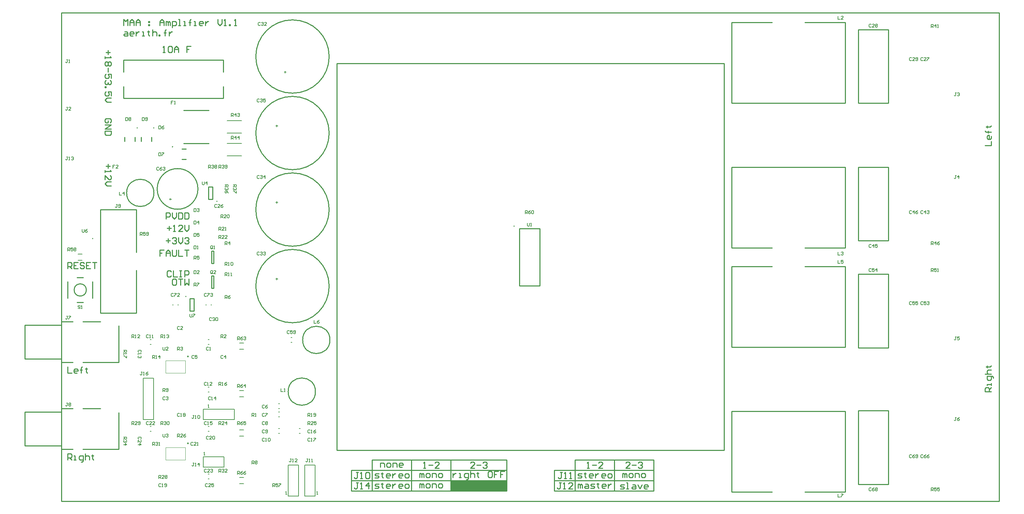
<source format=gto>
G04 Layer_Color=65535*
%FSLAX25Y25*%
%MOIN*%
G70*
G01*
G75*
%ADD33C,0.01000*%
%ADD49C,0.00787*%
%ADD50C,0.00984*%
%ADD51C,0.00500*%
%ADD52C,0.00394*%
%ADD53R,0.54000X0.10000*%
D33*
X89189Y298159D02*
G03*
X89189Y298159I-13189J0D01*
G01*
X131685Y302000D02*
G03*
X131685Y302000I-19685J0D01*
G01*
X23905Y204305D02*
G03*
X23905Y204305I-5906J0D01*
G01*
X258433Y356000D02*
G03*
X258433Y356000I-35433J0D01*
G01*
Y282000D02*
G03*
X258433Y282000I-35433J0D01*
G01*
Y208000D02*
G03*
X258433Y208000I-35433J0D01*
G01*
Y430000D02*
G03*
X258433Y430000I-35433J0D01*
G01*
X245189Y106000D02*
G03*
X245189Y106000I-13189J0D01*
G01*
X259189Y156000D02*
G03*
X259189Y156000I-13189J0D01*
G01*
X265748Y49213D02*
Y423228D01*
X124000Y183898D02*
Y196102D01*
X128000D01*
Y183898D02*
Y196102D01*
X124000Y183898D02*
X128000D01*
X572000Y30000D02*
Y40000D01*
X476000Y30000D02*
X572000D01*
Y10000D02*
Y30000D01*
X496000Y40000D02*
X572000D01*
X476000Y10000D02*
Y30000D01*
X496000Y10000D02*
Y40000D01*
X534000Y10000D02*
Y40000D01*
X476000Y10000D02*
X572000D01*
X476000Y20000D02*
X572000D01*
X300000Y40000D02*
X430000D01*
X280000Y20000D02*
X430000D01*
X280000Y10000D02*
X430000D01*
Y40000D01*
X376000Y10000D02*
Y40000D01*
X338000Y10000D02*
Y40000D01*
X280000Y30000D02*
X430000D01*
X300000Y10000D02*
Y40000D01*
X280000Y10000D02*
Y30000D01*
X87000Y348000D02*
Y352000D01*
X77000Y348000D02*
Y352000D01*
X71000Y348000D02*
Y352000D01*
X61000Y348000D02*
Y352000D01*
X37677Y182000D02*
Y282000D01*
X72323D01*
X37677Y182000D02*
X72323D01*
Y223339D01*
Y240661D02*
Y282000D01*
X265748Y49213D02*
X639764D01*
X0Y0D02*
Y472441D01*
X905512D01*
Y0D02*
Y472441D01*
X0Y0D02*
X905512D01*
X639764Y49213D02*
Y423228D01*
X265748D02*
X639764D01*
X117756Y378000D02*
X142244D01*
X117756Y346000D02*
X142244D01*
X15000Y192305D02*
X21000D01*
X6000Y196305D02*
Y212305D01*
X15000Y216305D02*
X21000D01*
X30000Y196305D02*
Y212305D01*
X769433Y87630D02*
X798567D01*
X769433Y16370D02*
Y87630D01*
Y16370D02*
X798567D01*
Y87630D01*
X769433Y148370D02*
X798567D01*
Y219630D01*
X769433D02*
X798567D01*
X769433Y148370D02*
Y219630D01*
Y323102D02*
X798567D01*
X769433Y251842D02*
Y323102D01*
Y251842D02*
X798567D01*
Y323102D01*
X769433Y384842D02*
X798567D01*
Y456102D01*
X769433D02*
X798567D01*
X769433Y384842D02*
Y456102D01*
X0Y89685D02*
X10827D01*
X20669D02*
X37402D01*
X0Y50315D02*
X10827D01*
X20669D02*
X55118D01*
Y85748D01*
X-35433Y86339D02*
X0D01*
X-35433Y53661D02*
Y86339D01*
Y53661D02*
X0D01*
Y50315D02*
Y89685D01*
Y134315D02*
Y173685D01*
X-35433Y137661D02*
X0D01*
X-35433D02*
Y170339D01*
X0D01*
X55118Y134315D02*
Y169748D01*
X20669Y134315D02*
X55118D01*
X0D02*
X10827D01*
X20669Y173685D02*
X37402D01*
X0D02*
X10827D01*
X116101Y340743D02*
X120101D01*
X116101Y330743D02*
X120101D01*
X146000Y291898D02*
Y304102D01*
X142000Y291898D02*
X146000D01*
X142000D02*
Y304102D01*
X146000D01*
X442158Y208244D02*
Y263756D01*
Y208244D02*
X461842D01*
Y263756D01*
X442158D02*
X461842D01*
X59969Y389496D02*
X156032D01*
X59969Y426504D02*
X156032D01*
X59969Y389496D02*
Y401000D01*
Y415000D02*
Y426504D01*
X156032Y389496D02*
Y401000D01*
Y415000D02*
Y426504D01*
X145000Y206095D02*
Y217905D01*
Y206095D02*
X147000D01*
Y217905D01*
X145000D02*
X147000D01*
X145000Y230095D02*
Y241905D01*
Y230095D02*
X147000D01*
Y241905D01*
X145000D02*
X147000D01*
X647079Y9024D02*
X686252D01*
X717748D02*
X756921D01*
Y86976D01*
X647079D02*
X756921D01*
X647079Y9024D02*
Y86976D01*
X717748Y226976D02*
X756921D01*
X647079D02*
X686252D01*
X647079Y149024D02*
Y226976D01*
Y149024D02*
X756921D01*
Y226976D01*
X647079Y245024D02*
X686252D01*
X717748D02*
X756921D01*
Y322976D01*
X647079D02*
X756921D01*
X647079Y245024D02*
Y322976D01*
X717748Y462976D02*
X756921D01*
X647079D02*
X686252D01*
X647079Y385024D02*
Y462976D01*
Y385024D02*
X756921D01*
Y462976D01*
X542004Y22999D02*
Y26998D01*
X543003D01*
X544003Y25998D01*
Y22999D01*
Y25998D01*
X545003Y26998D01*
X546002Y25998D01*
Y22999D01*
X549001D02*
X551001D01*
X552000Y23999D01*
Y25998D01*
X551001Y26998D01*
X549001D01*
X548002Y25998D01*
Y23999D01*
X549001Y22999D01*
X554000D02*
Y26998D01*
X556999D01*
X557998Y25998D01*
Y22999D01*
X560997D02*
X562997D01*
X563997Y23999D01*
Y25998D01*
X562997Y26998D01*
X560997D01*
X559998Y25998D01*
Y23999D01*
X560997Y22999D01*
X308004Y32999D02*
Y36998D01*
X311003D01*
X312002Y35998D01*
Y32999D01*
X315001D02*
X317001D01*
X318000Y33999D01*
Y35998D01*
X317001Y36998D01*
X315001D01*
X314002Y35998D01*
Y33999D01*
X315001Y32999D01*
X320000D02*
Y36998D01*
X322999D01*
X323998Y35998D01*
Y32999D01*
X328997D02*
X326997D01*
X325998Y33999D01*
Y35998D01*
X326997Y36998D01*
X328997D01*
X329996Y35998D01*
Y34999D01*
X325998D01*
X346004Y22999D02*
Y26998D01*
X347003D01*
X348003Y25998D01*
Y22999D01*
Y25998D01*
X349003Y26998D01*
X350002Y25998D01*
Y22999D01*
X353001D02*
X355001D01*
X356000Y23999D01*
Y25998D01*
X355001Y26998D01*
X353001D01*
X352002Y25998D01*
Y23999D01*
X353001Y22999D01*
X358000D02*
Y26998D01*
X360999D01*
X361998Y25998D01*
Y22999D01*
X364997D02*
X366997D01*
X367997Y23999D01*
Y25998D01*
X366997Y26998D01*
X364997D01*
X363998Y25998D01*
Y23999D01*
X364997Y22999D01*
X101007Y273000D02*
Y278998D01*
X104006D01*
X105006Y277998D01*
Y275999D01*
X104006Y274999D01*
X101007D01*
X107005Y278998D02*
Y274999D01*
X109004Y273000D01*
X111004Y274999D01*
Y278998D01*
X113003D02*
Y273000D01*
X116002D01*
X117002Y274000D01*
Y277998D01*
X116002Y278998D01*
X113003D01*
X119001D02*
Y273000D01*
X122000D01*
X123000Y274000D01*
Y277998D01*
X122000Y278998D01*
X119001D01*
X349502Y32000D02*
X351502D01*
X350502D01*
Y37998D01*
X349502Y36998D01*
X354501Y34999D02*
X358500D01*
X364498Y32000D02*
X360499D01*
X364498Y35998D01*
Y36998D01*
X363498Y37998D01*
X361498D01*
X360499Y36998D01*
X102007Y263999D02*
X106006D01*
X104006Y265998D02*
Y262000D01*
X108005Y261000D02*
X110004D01*
X109004D01*
Y266998D01*
X108005Y265998D01*
X117002Y261000D02*
X113003D01*
X117002Y264999D01*
Y265998D01*
X116002Y266998D01*
X114003D01*
X113003Y265998D01*
X119001Y266998D02*
Y262999D01*
X121001Y261000D01*
X123000Y262999D01*
Y266998D01*
X498505Y22500D02*
X501504D01*
X502504Y23499D01*
X501504Y24499D01*
X499505D01*
X498505Y25499D01*
X499505Y26498D01*
X502504D01*
X505503Y27498D02*
Y26498D01*
X504503D01*
X506503D01*
X505503D01*
Y23499D01*
X506503Y22500D01*
X512501D02*
X510501D01*
X509502Y23499D01*
Y25499D01*
X510501Y26498D01*
X512501D01*
X513500Y25499D01*
Y24499D01*
X509502D01*
X515500Y26498D02*
Y22500D01*
Y24499D01*
X516500Y25499D01*
X517499Y26498D01*
X518499D01*
X524497Y22500D02*
X522498D01*
X521498Y23499D01*
Y25499D01*
X522498Y26498D01*
X524497D01*
X525497Y25499D01*
Y24499D01*
X521498D01*
X528496Y22500D02*
X530495D01*
X531495Y23499D01*
Y25499D01*
X530495Y26498D01*
X528496D01*
X527496Y25499D01*
Y23499D01*
X528496Y22500D01*
X378008Y26998D02*
Y22999D01*
Y24999D01*
X379008Y25998D01*
X380007Y26998D01*
X381007D01*
X384006Y22999D02*
X386005D01*
X385006D01*
Y26998D01*
X384006D01*
X391004Y21000D02*
X392004D01*
X393003Y22000D01*
Y26998D01*
X390004D01*
X389004Y25998D01*
Y23999D01*
X390004Y22999D01*
X393003D01*
X395003Y28997D02*
Y22999D01*
Y25998D01*
X396002Y26998D01*
X398002D01*
X399001Y25998D01*
Y22999D01*
X402000Y27998D02*
Y26998D01*
X401001D01*
X403000D01*
X402000D01*
Y23999D01*
X403000Y22999D01*
X414996Y28997D02*
X412997D01*
X411997Y27998D01*
Y23999D01*
X412997Y22999D01*
X414996D01*
X415996Y23999D01*
Y27998D01*
X414996Y28997D01*
X421994D02*
X417995D01*
Y25998D01*
X419994D01*
X417995D01*
Y22999D01*
X427992Y28997D02*
X423993D01*
Y25998D01*
X425993D01*
X423993D01*
Y22999D01*
X101007Y251999D02*
X105006D01*
X103006Y253998D02*
Y250000D01*
X107005Y253998D02*
X108005Y254998D01*
X110004D01*
X111004Y253998D01*
Y252999D01*
X110004Y251999D01*
X109004D01*
X110004D01*
X111004Y250999D01*
Y250000D01*
X110004Y249000D01*
X108005D01*
X107005Y250000D01*
X113003Y254998D02*
Y250999D01*
X115003Y249000D01*
X117002Y250999D01*
Y254998D01*
X119001Y253998D02*
X120001Y254998D01*
X122000D01*
X123000Y253998D01*
Y252999D01*
X122000Y251999D01*
X121001D01*
X122000D01*
X123000Y250999D01*
Y250000D01*
X122000Y249000D01*
X120001D01*
X119001Y250000D01*
X286501Y27998D02*
X284502D01*
X285502D01*
Y22999D01*
X284502Y22000D01*
X283502D01*
X282502Y22999D01*
X288500Y22000D02*
X290500D01*
X289500D01*
Y27998D01*
X288500Y26998D01*
X293499D02*
X294498Y27998D01*
X296498D01*
X297498Y26998D01*
Y22999D01*
X296498Y22000D01*
X294498D01*
X293499Y22999D01*
Y26998D01*
X286501Y17998D02*
X284502D01*
X285502D01*
Y12999D01*
X284502Y12000D01*
X283502D01*
X282502Y12999D01*
X288500Y12000D02*
X290500D01*
X289500D01*
Y17998D01*
X288500Y16998D01*
X296498Y12000D02*
Y17998D01*
X293499Y14999D01*
X297498D01*
X302505Y22500D02*
X305504D01*
X306504Y23499D01*
X305504Y24499D01*
X303505D01*
X302505Y25499D01*
X303505Y26498D01*
X306504D01*
X309503Y27498D02*
Y26498D01*
X308503D01*
X310503D01*
X309503D01*
Y23499D01*
X310503Y22500D01*
X316501D02*
X314502D01*
X313502Y23499D01*
Y25499D01*
X314502Y26498D01*
X316501D01*
X317500Y25499D01*
Y24499D01*
X313502D01*
X319500Y26498D02*
Y22500D01*
Y24499D01*
X320499Y25499D01*
X321499Y26498D01*
X322499D01*
X328497Y22500D02*
X326498D01*
X325498Y23499D01*
Y25499D01*
X326498Y26498D01*
X328497D01*
X329497Y25499D01*
Y24499D01*
X325498D01*
X332496Y22500D02*
X334495D01*
X335495Y23499D01*
Y25499D01*
X334495Y26498D01*
X332496D01*
X331496Y25499D01*
Y23499D01*
X332496Y22500D01*
X6005Y225000D02*
Y230998D01*
X9004D01*
X10003Y229998D01*
Y227999D01*
X9004Y226999D01*
X6005D01*
X8004D02*
X10003Y225000D01*
X16001Y230998D02*
X12003D01*
Y225000D01*
X16001D01*
X12003Y227999D02*
X14002D01*
X21999Y229998D02*
X21000Y230998D01*
X19000D01*
X18001Y229998D01*
Y228999D01*
X19000Y227999D01*
X21000D01*
X21999Y226999D01*
Y226000D01*
X21000Y225000D01*
X19000D01*
X18001Y226000D01*
X27997Y230998D02*
X23999D01*
Y225000D01*
X27997D01*
X23999Y227999D02*
X25998D01*
X29997Y230998D02*
X33996D01*
X31996D01*
Y225000D01*
X539504Y12000D02*
X542503D01*
X543503Y12999D01*
X542503Y13999D01*
X540504D01*
X539504Y14999D01*
X540504Y15998D01*
X543503D01*
X545502Y12000D02*
X547502D01*
X546502D01*
Y17998D01*
X545502D01*
X551501Y15998D02*
X553500D01*
X554499Y14999D01*
Y12000D01*
X551501D01*
X550501Y12999D01*
X551501Y13999D01*
X554499D01*
X556499Y15998D02*
X558498Y12000D01*
X560498Y15998D01*
X565496Y12000D02*
X563497D01*
X562497Y12999D01*
Y14999D01*
X563497Y15998D01*
X565496D01*
X566496Y14999D01*
Y13999D01*
X562497D01*
X549001Y32000D02*
X545003D01*
X549001Y35998D01*
Y36998D01*
X548002Y37998D01*
X546002D01*
X545003Y36998D01*
X551001Y34999D02*
X554999D01*
X556999Y36998D02*
X557998Y37998D01*
X559998D01*
X560997Y36998D01*
Y35998D01*
X559998Y34999D01*
X558998D01*
X559998D01*
X560997Y33999D01*
Y32999D01*
X559998Y32000D01*
X557998D01*
X556999Y32999D01*
X106006Y221998D02*
X105006Y222998D01*
X103006D01*
X102007Y221998D01*
Y218000D01*
X103006Y217000D01*
X105006D01*
X106006Y218000D01*
X108005Y222998D02*
Y217000D01*
X112004D01*
X114003Y222998D02*
X116002D01*
X115003D01*
Y217000D01*
X114003D01*
X116002D01*
X119001D02*
Y222998D01*
X122000D01*
X123000Y221998D01*
Y219999D01*
X122000Y218999D01*
X119001D01*
X482501Y17998D02*
X480502D01*
X481501D01*
Y12999D01*
X480502Y12000D01*
X479502D01*
X478502Y12999D01*
X484501Y12000D02*
X486500D01*
X485500D01*
Y17998D01*
X484501Y16998D01*
X493498Y12000D02*
X489499D01*
X493498Y15998D01*
Y16998D01*
X492498Y17998D01*
X490498D01*
X489499Y16998D01*
X483501Y27998D02*
X481501D01*
X482501D01*
Y22999D01*
X481501Y22000D01*
X480502D01*
X479502Y22999D01*
X485500Y22000D02*
X487500D01*
X486500D01*
Y27998D01*
X485500Y26998D01*
X490498Y22000D02*
X492498D01*
X491498D01*
Y27998D01*
X490498Y26998D01*
X302505Y12500D02*
X305504D01*
X306504Y13499D01*
X305504Y14499D01*
X303505D01*
X302505Y15499D01*
X303505Y16498D01*
X306504D01*
X309503Y17498D02*
Y16498D01*
X308503D01*
X310503D01*
X309503D01*
Y13499D01*
X310503Y12500D01*
X316501D02*
X314502D01*
X313502Y13499D01*
Y15499D01*
X314502Y16498D01*
X316501D01*
X317500Y15499D01*
Y14499D01*
X313502D01*
X319500Y16498D02*
Y12500D01*
Y14499D01*
X320499Y15499D01*
X321499Y16498D01*
X322499D01*
X328497Y12500D02*
X326498D01*
X325498Y13499D01*
Y15499D01*
X326498Y16498D01*
X328497D01*
X329497Y15499D01*
Y14499D01*
X325498D01*
X332496Y12500D02*
X334495D01*
X335495Y13499D01*
Y15499D01*
X334495Y16498D01*
X332496D01*
X331496Y15499D01*
Y13499D01*
X332496Y12500D01*
X346004Y12999D02*
Y16998D01*
X347003D01*
X348003Y15998D01*
Y12999D01*
Y15998D01*
X349003Y16998D01*
X350002Y15998D01*
Y12999D01*
X353001D02*
X355001D01*
X356000Y13999D01*
Y15998D01*
X355001Y16998D01*
X353001D01*
X352002Y15998D01*
Y13999D01*
X353001Y12999D01*
X358000D02*
Y16998D01*
X360999D01*
X361998Y15998D01*
Y12999D01*
X364997D02*
X366997D01*
X367997Y13999D01*
Y15998D01*
X366997Y16998D01*
X364997D01*
X363998Y15998D01*
Y13999D01*
X364997Y12999D01*
X399001Y32000D02*
X395003D01*
X399001Y35998D01*
Y36998D01*
X398002Y37998D01*
X396002D01*
X395003Y36998D01*
X401001Y34999D02*
X404999D01*
X406999Y36998D02*
X407998Y37998D01*
X409998D01*
X410997Y36998D01*
Y35998D01*
X409998Y34999D01*
X408998D01*
X409998D01*
X410997Y33999D01*
Y32999D01*
X409998Y32000D01*
X407998D01*
X406999Y32999D01*
X99008Y242998D02*
X95009D01*
Y239999D01*
X97008D01*
X95009D01*
Y237000D01*
X101007D02*
Y240999D01*
X103006Y242998D01*
X105006Y240999D01*
Y237000D01*
Y239999D01*
X101007D01*
X107005Y242998D02*
Y238000D01*
X108005Y237000D01*
X110004D01*
X111004Y238000D01*
Y242998D01*
X113003D02*
Y237000D01*
X117002D01*
X119001Y242998D02*
X123000D01*
X121001D01*
Y237000D01*
X110004Y214998D02*
X108005D01*
X107005Y213998D01*
Y210000D01*
X108005Y209000D01*
X110004D01*
X111004Y210000D01*
Y213998D01*
X110004Y214998D01*
X113003D02*
X117002D01*
X115003D01*
Y209000D01*
X119001Y214998D02*
Y209000D01*
X121001Y210999D01*
X123000Y209000D01*
Y214998D01*
X499005Y12500D02*
Y16498D01*
X500005D01*
X501005Y15499D01*
Y12500D01*
Y15499D01*
X502004Y16498D01*
X503004Y15499D01*
Y12500D01*
X506003Y16498D02*
X508002D01*
X509002Y15499D01*
Y12500D01*
X506003D01*
X505003Y13499D01*
X506003Y14499D01*
X509002D01*
X511001Y12500D02*
X514000D01*
X515000Y13499D01*
X514000Y14499D01*
X512001D01*
X511001Y15499D01*
X512001Y16498D01*
X515000D01*
X517999Y17498D02*
Y16498D01*
X516999D01*
X518999D01*
X517999D01*
Y13499D01*
X518999Y12500D01*
X524997D02*
X522997D01*
X521998Y13499D01*
Y15499D01*
X522997Y16498D01*
X524997D01*
X525996Y15499D01*
Y14499D01*
X521998D01*
X527996Y16498D02*
Y12500D01*
Y14499D01*
X528996Y15499D01*
X529995Y16498D01*
X530995D01*
X507502Y32000D02*
X509502D01*
X508502D01*
Y37998D01*
X507502Y36998D01*
X512501Y34999D02*
X516500D01*
X522498Y32000D02*
X518499D01*
X522498Y35998D01*
Y36998D01*
X521498Y37998D01*
X519498D01*
X518499Y36998D01*
X44999Y326000D02*
Y322001D01*
X46998Y324001D02*
X43000D01*
X42000Y320002D02*
Y318003D01*
Y319002D01*
X47998D01*
X46998Y320002D01*
X42000Y311005D02*
Y315004D01*
X45999Y311005D01*
X46998D01*
X47998Y312004D01*
Y314004D01*
X46998Y315004D01*
X47998Y309005D02*
X43999D01*
X42000Y307006D01*
X43999Y305007D01*
X47998D01*
X61000Y453999D02*
X62999D01*
X63999Y452999D01*
Y450000D01*
X61000D01*
X60000Y451000D01*
X61000Y451999D01*
X63999D01*
X68997Y450000D02*
X66998D01*
X65998Y451000D01*
Y452999D01*
X66998Y453999D01*
X68997D01*
X69997Y452999D01*
Y451999D01*
X65998D01*
X71996Y453999D02*
Y450000D01*
Y451999D01*
X72996Y452999D01*
X73996Y453999D01*
X74995D01*
X77994Y450000D02*
X79993D01*
X78994D01*
Y453999D01*
X77994D01*
X83992Y454998D02*
Y453999D01*
X82993D01*
X84992D01*
X83992D01*
Y451000D01*
X84992Y450000D01*
X87991Y455998D02*
Y450000D01*
Y452999D01*
X88991Y453999D01*
X90990D01*
X91990Y452999D01*
Y450000D01*
X93989D02*
Y451000D01*
X94989D01*
Y450000D01*
X93989D01*
X99987D02*
Y454998D01*
Y452999D01*
X98987D01*
X100987D01*
X99987D01*
Y454998D01*
X100987Y455998D01*
X103986Y453999D02*
Y450000D01*
Y451999D01*
X104985Y452999D01*
X105985Y453999D01*
X106985D01*
X898000Y106000D02*
X892002D01*
Y108999D01*
X893002Y109999D01*
X895001D01*
X896001Y108999D01*
Y106000D01*
Y107999D02*
X898000Y109999D01*
Y111998D02*
Y113997D01*
Y112998D01*
X894001D01*
Y111998D01*
X899999Y118996D02*
Y119995D01*
X899000Y120995D01*
X894001D01*
Y117996D01*
X895001Y116996D01*
X897000D01*
X898000Y117996D01*
Y120995D01*
X892002Y122994D02*
X898000D01*
X895001D01*
X894001Y123994D01*
Y125994D01*
X895001Y126993D01*
X898000D01*
X893002Y129992D02*
X894001D01*
Y128993D01*
Y130992D01*
Y129992D01*
X897000D01*
X898000Y130992D01*
X892002Y344000D02*
X898000D01*
Y347999D01*
Y352997D02*
Y350998D01*
X897000Y349998D01*
X895001D01*
X894001Y350998D01*
Y352997D01*
X895001Y353997D01*
X896001D01*
Y349998D01*
X898000Y356996D02*
X893002D01*
X895001D01*
Y355996D01*
Y357996D01*
Y356996D01*
X893002D01*
X892002Y357996D01*
X893002Y361994D02*
X894001D01*
Y360995D01*
Y362994D01*
Y361994D01*
X897000D01*
X898000Y362994D01*
X6000Y40000D02*
Y45998D01*
X8999D01*
X9999Y44998D01*
Y42999D01*
X8999Y41999D01*
X6000D01*
X7999D02*
X9999Y40000D01*
X11998D02*
X13997D01*
X12998D01*
Y43999D01*
X11998D01*
X18996Y38001D02*
X19996D01*
X20995Y39000D01*
Y43999D01*
X17996D01*
X16996Y42999D01*
Y41000D01*
X17996Y40000D01*
X20995D01*
X22995Y45998D02*
Y40000D01*
Y42999D01*
X23994Y43999D01*
X25993D01*
X26993Y42999D01*
Y40000D01*
X29992Y44998D02*
Y43999D01*
X28993D01*
X30992D01*
X29992D01*
Y41000D01*
X30992Y40000D01*
X6000Y129998D02*
Y124000D01*
X9999D01*
X14997D02*
X12998D01*
X11998Y125000D01*
Y126999D01*
X12998Y127999D01*
X14997D01*
X15997Y126999D01*
Y125999D01*
X11998D01*
X18996Y124000D02*
Y128998D01*
Y126999D01*
X17996D01*
X19996D01*
X18996D01*
Y128998D01*
X19996Y129998D01*
X23994Y128998D02*
Y127999D01*
X22995D01*
X24994D01*
X23994D01*
Y125000D01*
X24994Y124000D01*
X46998Y366001D02*
X47998Y367001D01*
Y369000D01*
X46998Y370000D01*
X43000D01*
X42000Y369000D01*
Y367001D01*
X43000Y366001D01*
X44999D01*
Y368001D01*
X42000Y364002D02*
X47998D01*
X42000Y360003D01*
X47998D01*
Y358004D02*
X42000D01*
Y355005D01*
X43000Y354005D01*
X46998D01*
X47998Y355005D01*
Y358004D01*
X44999Y436000D02*
Y432001D01*
X46998Y434001D02*
X43000D01*
X42000Y430002D02*
Y428003D01*
Y429002D01*
X47998D01*
X46998Y430002D01*
Y425004D02*
X47998Y424004D01*
Y422005D01*
X46998Y421005D01*
X45999D01*
X44999Y422005D01*
X43999Y421005D01*
X43000D01*
X42000Y422005D01*
Y424004D01*
X43000Y425004D01*
X43999D01*
X44999Y424004D01*
X45999Y425004D01*
X46998D01*
X44999Y424004D02*
Y422005D01*
Y419005D02*
Y415007D01*
X47998Y409009D02*
Y413007D01*
X44999D01*
X45999Y411008D01*
Y410008D01*
X44999Y409009D01*
X43000D01*
X42000Y410008D01*
Y412008D01*
X43000Y413007D01*
X46998Y407009D02*
X47998Y406010D01*
Y404010D01*
X46998Y403011D01*
X45999D01*
X44999Y404010D01*
Y405010D01*
Y404010D01*
X43999Y403011D01*
X43000D01*
X42000Y404010D01*
Y406010D01*
X43000Y407009D01*
X42000Y401011D02*
X43000D01*
Y400012D01*
X42000D01*
Y401011D01*
X47998Y392014D02*
Y396013D01*
X44999D01*
X45999Y394014D01*
Y393014D01*
X44999Y392014D01*
X43000D01*
X42000Y393014D01*
Y395013D01*
X43000Y396013D01*
X47998Y390015D02*
X43999D01*
X42000Y388016D01*
X43999Y386016D01*
X47998D01*
X98000Y434000D02*
X99999D01*
X99000D01*
Y439998D01*
X98000Y438998D01*
X102998D02*
X103998Y439998D01*
X105997D01*
X106997Y438998D01*
Y435000D01*
X105997Y434000D01*
X103998D01*
X102998Y435000D01*
Y438998D01*
X108996Y434000D02*
Y437999D01*
X110996Y439998D01*
X112995Y437999D01*
Y434000D01*
Y436999D01*
X108996D01*
X124991Y439998D02*
X120993D01*
Y436999D01*
X122992D01*
X120993D01*
Y434000D01*
X60000Y460000D02*
Y465998D01*
X61999Y463999D01*
X63999Y465998D01*
Y460000D01*
X65998D02*
Y463999D01*
X67997Y465998D01*
X69997Y463999D01*
Y460000D01*
Y462999D01*
X65998D01*
X71996Y460000D02*
Y463999D01*
X73996Y465998D01*
X75995Y463999D01*
Y460000D01*
Y462999D01*
X71996D01*
X83992Y463999D02*
X84992D01*
Y462999D01*
X83992D01*
Y463999D01*
Y461000D02*
X84992D01*
Y460000D01*
X83992D01*
Y461000D01*
X94989Y460000D02*
Y463999D01*
X96988Y465998D01*
X98987Y463999D01*
Y460000D01*
Y462999D01*
X94989D01*
X100987Y460000D02*
Y463999D01*
X101986D01*
X102986Y462999D01*
Y460000D01*
Y462999D01*
X103986Y463999D01*
X104985Y462999D01*
Y460000D01*
X106985Y458001D02*
Y463999D01*
X109984D01*
X110984Y462999D01*
Y461000D01*
X109984Y460000D01*
X106985D01*
X112983D02*
X114982D01*
X113982D01*
Y465998D01*
X112983D01*
X117981Y460000D02*
X119981D01*
X118981D01*
Y463999D01*
X117981D01*
X123979Y460000D02*
Y464998D01*
Y462999D01*
X122980D01*
X124979D01*
X123979D01*
Y464998D01*
X124979Y465998D01*
X127978Y460000D02*
X129977D01*
X128978D01*
Y463999D01*
X127978D01*
X135975Y460000D02*
X133976D01*
X132976Y461000D01*
Y462999D01*
X133976Y463999D01*
X135975D01*
X136975Y462999D01*
Y461999D01*
X132976D01*
X138974Y463999D02*
Y460000D01*
Y461999D01*
X139974Y462999D01*
X140974Y463999D01*
X141973D01*
X150971Y465998D02*
Y461999D01*
X152970Y460000D01*
X154969Y461999D01*
Y465998D01*
X156969Y460000D02*
X158968D01*
X157968D01*
Y465998D01*
X156969Y464998D01*
X161967Y460000D02*
Y461000D01*
X162967D01*
Y460000D01*
X161967D01*
X166965D02*
X168965D01*
X167965D01*
Y465998D01*
X166965Y464998D01*
D49*
X120394Y198000D02*
G03*
X120394Y198000I-394J0D01*
G01*
X89394Y361000D02*
G03*
X89394Y361000I-394J0D01*
G01*
X73394D02*
G03*
X73394Y361000I-394J0D01*
G01*
X107495Y342743D02*
G03*
X107495Y342743I-394J0D01*
G01*
X150394Y290000D02*
G03*
X150394Y290000I-394J0D01*
G01*
X30394Y254000D02*
G03*
X30394Y254000I-394J0D01*
G01*
X437394Y266000D02*
G03*
X437394Y266000I-394J0D01*
G01*
X229000Y5000D02*
Y35000D01*
X219000D02*
X229000D01*
X219000Y5000D02*
Y35000D01*
Y5000D02*
X229000D01*
X137000Y79000D02*
Y89000D01*
X167000D01*
Y79000D02*
Y89000D01*
X137000Y79000D02*
X167000D01*
X137000Y43000D02*
X157000D01*
X137000Y33000D02*
Y43000D01*
Y33000D02*
X157000D01*
Y43000D01*
X235000Y5000D02*
X245000D01*
X235000D02*
Y35000D01*
X245000D01*
Y5000D02*
Y35000D01*
X79000Y79000D02*
X89000D01*
X79000D02*
Y119000D01*
X89000Y79000D02*
Y119000D01*
X79000D02*
X89000D01*
D50*
X122492Y56000D02*
G03*
X122492Y56000I-492J0D01*
G01*
Y140000D02*
G03*
X122492Y140000I-492J0D01*
G01*
D51*
X104126Y292158D02*
X106095D01*
X105000Y291173D02*
Y293142D01*
X144362Y189606D02*
Y190394D01*
X139638Y189606D02*
Y190394D01*
X112362Y189606D02*
Y190394D01*
X107638Y189606D02*
Y190394D01*
X221606Y153638D02*
X222394D01*
X221606Y158362D02*
X222394D01*
X141606Y26362D02*
X142394D01*
X141606Y21638D02*
X142394D01*
X85606Y72362D02*
X86394D01*
X85606Y67638D02*
X86394D01*
X229606Y65638D02*
X230394D01*
X229606Y70362D02*
X230394D01*
X141606Y72362D02*
X142394D01*
X141606Y67638D02*
X142394D01*
X141606Y110362D02*
X142394D01*
X141606Y105638D02*
X142394D01*
X85606Y156362D02*
X86394D01*
X85606Y151638D02*
X86394D01*
X209606Y65638D02*
X210394D01*
X209606Y70362D02*
X210394D01*
X209606Y81638D02*
X210394D01*
X209606Y86362D02*
X210394D01*
X209606Y89638D02*
X210394D01*
X209606Y94362D02*
X210394D01*
X141606Y156362D02*
X142394D01*
X141606Y151638D02*
X142394D01*
X172000Y17000D02*
X176000D01*
X172000Y23000D02*
X176000D01*
X172000Y63000D02*
X176000D01*
X172000Y69000D02*
X176000D01*
X172000Y101000D02*
X176000D01*
X172000Y107000D02*
X176000D01*
X172000Y147000D02*
X176000D01*
X172000Y153000D02*
X176000D01*
X16000Y239000D02*
X20000D01*
X16000Y233000D02*
X20000D01*
X159722Y356000D02*
X173722D01*
X159722Y368000D02*
X173722D01*
X159722Y334000D02*
X173722D01*
X159722Y346000D02*
X173722D01*
X208000Y362000D02*
Y363968D01*
X207000Y363000D02*
X209000D01*
X208000Y288000D02*
Y289968D01*
X207000Y289000D02*
X209000D01*
X208000Y214000D02*
Y215968D01*
X207000Y215000D02*
X209000D01*
X215032Y415000D02*
X217000D01*
X216000Y414000D02*
Y416000D01*
X246500Y6500D02*
X247500D01*
X247000D01*
Y9499D01*
X246500Y9000D01*
X216500Y6500D02*
X217500D01*
X217000D01*
Y9499D01*
X216500Y9000D01*
X141500Y90500D02*
X142500D01*
X142000D01*
Y93499D01*
X141500Y93000D01*
X137500Y44500D02*
X138500D01*
X138000D01*
Y47499D01*
X137500Y47000D01*
X124000Y180999D02*
Y178500D01*
X124500Y178000D01*
X125499D01*
X125999Y178500D01*
Y180999D01*
X126999D02*
X128998D01*
Y180499D01*
X126999Y178500D01*
Y178000D01*
X144854Y176999D02*
X144354Y177499D01*
X143354D01*
X142854Y176999D01*
Y175000D01*
X143354Y174500D01*
X144354D01*
X144854Y175000D01*
X145853Y176999D02*
X146353Y177499D01*
X147353D01*
X147853Y176999D01*
Y176499D01*
X147353Y175999D01*
X146853D01*
X147353D01*
X147853Y175500D01*
Y175000D01*
X147353Y174500D01*
X146353D01*
X145853Y175000D01*
X148852Y176999D02*
X149352Y177499D01*
X150352D01*
X150852Y176999D01*
Y175000D01*
X150352Y174500D01*
X149352D01*
X148852Y175000D01*
Y176999D01*
X184000Y82000D02*
Y84999D01*
X185500D01*
X185999Y84499D01*
Y83499D01*
X185500Y83000D01*
X184000D01*
X185000D02*
X185999Y82000D01*
X186999D02*
X187999D01*
X187499D01*
Y84999D01*
X186999Y84499D01*
X184000Y36000D02*
Y38999D01*
X185500D01*
X185999Y38499D01*
Y37499D01*
X185500Y37000D01*
X184000D01*
X185000D02*
X185999Y36000D01*
X186999Y38499D02*
X187499Y38999D01*
X188499D01*
X188998Y38499D01*
Y37999D01*
X188499Y37499D01*
X188998Y37000D01*
Y36500D01*
X188499Y36000D01*
X187499D01*
X186999Y36500D01*
Y37000D01*
X187499Y37499D01*
X186999Y37999D01*
Y38499D01*
X187499Y37499D02*
X188499D01*
X127999Y82999D02*
X127000D01*
X127499D01*
Y80500D01*
X127000Y80000D01*
X126500D01*
X126000Y80500D01*
X128999Y80000D02*
X129999D01*
X129499D01*
Y82999D01*
X128999Y82499D01*
X131498D02*
X131998Y82999D01*
X132998D01*
X133498Y82499D01*
Y80500D01*
X132998Y80000D01*
X131998D01*
X131498Y80500D01*
Y82499D01*
X127999Y36999D02*
X127000D01*
X127499D01*
Y34500D01*
X127000Y34000D01*
X126500D01*
X126000Y34500D01*
X128999Y34000D02*
X129999D01*
X129499D01*
Y36999D01*
X128999Y36499D01*
X132998Y34000D02*
Y36999D01*
X131498Y35500D01*
X133498D01*
X78000Y370999D02*
Y368000D01*
X79500D01*
X79999Y368500D01*
Y370499D01*
X79500Y370999D01*
X78000D01*
X80999Y368500D02*
X81499Y368000D01*
X82499D01*
X82998Y368500D01*
Y370499D01*
X82499Y370999D01*
X81499D01*
X80999Y370499D01*
Y369999D01*
X81499Y369499D01*
X82998D01*
X62000Y370999D02*
Y368000D01*
X63499D01*
X63999Y368500D01*
Y370499D01*
X63499Y370999D01*
X62000D01*
X64999Y370499D02*
X65499Y370999D01*
X66499D01*
X66998Y370499D01*
Y369999D01*
X66499Y369499D01*
X66998Y369000D01*
Y368500D01*
X66499Y368000D01*
X65499D01*
X64999Y368500D01*
Y369000D01*
X65499Y369499D01*
X64999Y369999D01*
Y370499D01*
X65499Y369499D02*
X66499D01*
X56000Y298999D02*
Y296000D01*
X57999D01*
X60499D02*
Y298999D01*
X58999Y297499D01*
X60998D01*
X164000Y350000D02*
Y352999D01*
X165499D01*
X165999Y352499D01*
Y351500D01*
X165499Y351000D01*
X164000D01*
X165000D02*
X165999Y350000D01*
X168499D02*
Y352999D01*
X166999Y351500D01*
X168998D01*
X171498Y350000D02*
Y352999D01*
X169998Y351500D01*
X171997D01*
X141999Y148499D02*
X141499Y148999D01*
X140500D01*
X140000Y148499D01*
Y146500D01*
X140500Y146000D01*
X141499D01*
X141999Y146500D01*
X142999Y146000D02*
X143999D01*
X143499D01*
Y148999D01*
X142999Y148499D01*
X113999Y168499D02*
X113499Y168999D01*
X112500D01*
X112000Y168499D01*
Y166500D01*
X112500Y166000D01*
X113499D01*
X113999Y166500D01*
X116998Y166000D02*
X114999D01*
X116998Y167999D01*
Y168499D01*
X116499Y168999D01*
X115499D01*
X114999Y168499D01*
X99999Y100499D02*
X99499Y100999D01*
X98500D01*
X98000Y100499D01*
Y98500D01*
X98500Y98000D01*
X99499D01*
X99999Y98500D01*
X100999Y100499D02*
X101499Y100999D01*
X102499D01*
X102998Y100499D01*
Y99999D01*
X102499Y99499D01*
X101999D01*
X102499D01*
X102998Y99000D01*
Y98500D01*
X102499Y98000D01*
X101499D01*
X100999Y98500D01*
X155999Y140499D02*
X155499Y140999D01*
X154500D01*
X154000Y140499D01*
Y138500D01*
X154500Y138000D01*
X155499D01*
X155999Y138500D01*
X158499Y138000D02*
Y140999D01*
X156999Y139499D01*
X158998D01*
X127999Y140499D02*
X127499Y140999D01*
X126500D01*
X126000Y140499D01*
Y138500D01*
X126500Y138000D01*
X127499D01*
X127999Y138500D01*
X130998Y140999D02*
X128999D01*
Y139499D01*
X129999Y139999D01*
X130499D01*
X130998Y139499D01*
Y138500D01*
X130499Y138000D01*
X129499D01*
X128999Y138500D01*
X195999Y92499D02*
X195500Y92999D01*
X194500D01*
X194000Y92499D01*
Y90500D01*
X194500Y90000D01*
X195500D01*
X195999Y90500D01*
X198998Y92999D02*
X197999Y92499D01*
X196999Y91500D01*
Y90500D01*
X197499Y90000D01*
X198499D01*
X198998Y90500D01*
Y91000D01*
X198499Y91500D01*
X196999D01*
X195999Y84499D02*
X195500Y84999D01*
X194500D01*
X194000Y84499D01*
Y82500D01*
X194500Y82000D01*
X195500D01*
X195999Y82500D01*
X196999Y84999D02*
X198998D01*
Y84499D01*
X196999Y82500D01*
Y82000D01*
X195999Y76499D02*
X195500Y76999D01*
X194500D01*
X194000Y76499D01*
Y74500D01*
X194500Y74000D01*
X195500D01*
X195999Y74500D01*
X196999Y76499D02*
X197499Y76999D01*
X198499D01*
X198998Y76499D01*
Y75999D01*
X198499Y75499D01*
X198998Y75000D01*
Y74500D01*
X198499Y74000D01*
X197499D01*
X196999Y74500D01*
Y75000D01*
X197499Y75499D01*
X196999Y75999D01*
Y76499D01*
X197499Y75499D02*
X198499D01*
X195999Y68499D02*
X195500Y68999D01*
X194500D01*
X194000Y68499D01*
Y66500D01*
X194500Y66000D01*
X195500D01*
X195999Y66500D01*
X196999D02*
X197499Y66000D01*
X198499D01*
X198998Y66500D01*
Y68499D01*
X198499Y68999D01*
X197499D01*
X196999Y68499D01*
Y67999D01*
X197499Y67500D01*
X198998D01*
X195999Y60499D02*
X195500Y60999D01*
X194500D01*
X194000Y60499D01*
Y58500D01*
X194500Y58000D01*
X195500D01*
X195999Y58500D01*
X196999Y58000D02*
X197999D01*
X197499D01*
Y60999D01*
X196999Y60499D01*
X199498D02*
X199998Y60999D01*
X200998D01*
X201498Y60499D01*
Y58500D01*
X200998Y58000D01*
X199998D01*
X199498Y58500D01*
Y60499D01*
X83999Y160499D02*
X83499Y160999D01*
X82500D01*
X82000Y160499D01*
Y158500D01*
X82500Y158000D01*
X83499D01*
X83999Y158500D01*
X84999Y158000D02*
X85999D01*
X85499D01*
Y160999D01*
X84999Y160499D01*
X87498Y158000D02*
X88498D01*
X87998D01*
Y160999D01*
X87498Y160499D01*
X139850Y114499D02*
X139350Y114999D01*
X138350D01*
X137850Y114499D01*
Y112500D01*
X138350Y112000D01*
X139350D01*
X139850Y112500D01*
X140849Y112000D02*
X141849D01*
X141349D01*
Y114999D01*
X140849Y114499D01*
X145348Y112000D02*
X143349D01*
X145348Y113999D01*
Y114499D01*
X144848Y114999D01*
X143848D01*
X143349Y114499D01*
X76499Y144001D02*
X76999Y144501D01*
Y145500D01*
X76499Y146000D01*
X74500D01*
X74000Y145500D01*
Y144501D01*
X74500Y144001D01*
X74000Y143001D02*
Y142001D01*
Y142501D01*
X76999D01*
X76499Y143001D01*
Y140502D02*
X76999Y140002D01*
Y139002D01*
X76499Y138502D01*
X75999D01*
X75499Y139002D01*
Y139502D01*
Y139002D01*
X75000Y138502D01*
X74500D01*
X74000Y139002D01*
Y140002D01*
X74500Y140502D01*
X143850Y100499D02*
X143350Y100999D01*
X142350D01*
X141850Y100499D01*
Y98500D01*
X142350Y98000D01*
X143350D01*
X143850Y98500D01*
X144849Y98000D02*
X145849D01*
X145349D01*
Y100999D01*
X144849Y100499D01*
X148848Y98000D02*
Y100999D01*
X147349Y99499D01*
X149348D01*
X139999Y76499D02*
X139499Y76999D01*
X138500D01*
X138000Y76499D01*
Y74500D01*
X138500Y74000D01*
X139499D01*
X139999Y74500D01*
X140999Y74000D02*
X141999D01*
X141499D01*
Y76999D01*
X140999Y76499D01*
X145498Y76999D02*
X143498D01*
Y75499D01*
X144498Y75999D01*
X144998D01*
X145498Y75499D01*
Y74500D01*
X144998Y74000D01*
X143998D01*
X143498Y74500D01*
X239999Y68499D02*
X239499Y68999D01*
X238500D01*
X238000Y68499D01*
Y66500D01*
X238500Y66000D01*
X239499D01*
X239999Y66500D01*
X240999Y66000D02*
X241999D01*
X241499D01*
Y68999D01*
X240999Y68499D01*
X245498Y68999D02*
X244498Y68499D01*
X243498Y67500D01*
Y66500D01*
X243998Y66000D01*
X244998D01*
X245498Y66500D01*
Y67000D01*
X244998Y67500D01*
X243498D01*
X239999Y60499D02*
X239499Y60999D01*
X238500D01*
X238000Y60499D01*
Y58500D01*
X238500Y58000D01*
X239499D01*
X239999Y58500D01*
X240999Y58000D02*
X241999D01*
X241499D01*
Y60999D01*
X240999Y60499D01*
X243498Y60999D02*
X245498D01*
Y60499D01*
X243498Y58500D01*
Y58000D01*
X113999Y84499D02*
X113499Y84999D01*
X112500D01*
X112000Y84499D01*
Y82500D01*
X112500Y82000D01*
X113499D01*
X113999Y82500D01*
X114999Y82000D02*
X115999D01*
X115499D01*
Y84999D01*
X114999Y84499D01*
X117498D02*
X117998Y84999D01*
X118998D01*
X119498Y84499D01*
Y83999D01*
X118998Y83499D01*
X119498Y83000D01*
Y82500D01*
X118998Y82000D01*
X117998D01*
X117498Y82500D01*
Y83000D01*
X117998Y83499D01*
X117498Y83999D01*
Y84499D01*
X117998Y83499D02*
X118998D01*
X95999Y16499D02*
X95499Y16999D01*
X94500D01*
X94000Y16499D01*
Y14500D01*
X94500Y14000D01*
X95499D01*
X95999Y14500D01*
X96999Y14000D02*
X97999D01*
X97499D01*
Y16999D01*
X96999Y16499D01*
X99498Y14500D02*
X99998Y14000D01*
X100998D01*
X101498Y14500D01*
Y16499D01*
X100998Y16999D01*
X99998D01*
X99498Y16499D01*
Y15999D01*
X99998Y15499D01*
X101498D01*
X141999Y62350D02*
X141499Y62849D01*
X140500D01*
X140000Y62350D01*
Y60350D01*
X140500Y59850D01*
X141499D01*
X141999Y60350D01*
X144998Y59850D02*
X142999D01*
X144998Y61850D01*
Y62350D01*
X144499Y62849D01*
X143499D01*
X142999Y62350D01*
X145998D02*
X146498Y62849D01*
X147498D01*
X147997Y62350D01*
Y60350D01*
X147498Y59850D01*
X146498D01*
X145998Y60350D01*
Y62350D01*
X126999Y56499D02*
X126499Y56999D01*
X125500D01*
X125000Y56499D01*
Y54500D01*
X125500Y54000D01*
X126499D01*
X126999Y54500D01*
X129998Y54000D02*
X127999D01*
X129998Y55999D01*
Y56499D01*
X129499Y56999D01*
X128499D01*
X127999Y56499D01*
X130998Y54000D02*
X131998D01*
X131498D01*
Y56999D01*
X130998Y56499D01*
X83999Y76499D02*
X83499Y76999D01*
X82500D01*
X82000Y76499D01*
Y74500D01*
X82500Y74000D01*
X83499D01*
X83999Y74500D01*
X86998Y74000D02*
X84999D01*
X86998Y75999D01*
Y76499D01*
X86499Y76999D01*
X85499D01*
X84999Y76499D01*
X89997Y74000D02*
X87998D01*
X89997Y75999D01*
Y76499D01*
X89498Y76999D01*
X88498D01*
X87998Y76499D01*
X139999Y30499D02*
X139499Y30999D01*
X138500D01*
X138000Y30499D01*
Y28500D01*
X138500Y28000D01*
X139499D01*
X139999Y28500D01*
X142998Y28000D02*
X140999D01*
X142998Y29999D01*
Y30499D01*
X142499Y30999D01*
X141499D01*
X140999Y30499D01*
X143998D02*
X144498Y30999D01*
X145498D01*
X145997Y30499D01*
Y29999D01*
X145498Y29500D01*
X144998D01*
X145498D01*
X145997Y29000D01*
Y28500D01*
X145498Y28000D01*
X144498D01*
X143998Y28500D01*
X76499Y60001D02*
X76999Y60501D01*
Y61500D01*
X76499Y62000D01*
X74500D01*
X74000Y61500D01*
Y60501D01*
X74500Y60001D01*
X74000Y57002D02*
Y59001D01*
X75999Y57002D01*
X76499D01*
X76999Y57501D01*
Y58501D01*
X76499Y59001D01*
X74000Y54502D02*
X76999D01*
X75499Y56002D01*
Y54003D01*
X140999Y16499D02*
X140499Y16999D01*
X139500D01*
X139000Y16499D01*
Y14500D01*
X139500Y14000D01*
X140499D01*
X140999Y14500D01*
X143998Y14000D02*
X141999D01*
X143998Y15999D01*
Y16499D01*
X143499Y16999D01*
X142499D01*
X141999Y16499D01*
X146997Y16999D02*
X144998D01*
Y15499D01*
X145998Y15999D01*
X146498D01*
X146997Y15499D01*
Y14500D01*
X146498Y14000D01*
X145498D01*
X144998Y14500D01*
X149999Y286499D02*
X149499Y286999D01*
X148500D01*
X148000Y286499D01*
Y284500D01*
X148500Y284000D01*
X149499D01*
X149999Y284500D01*
X152998Y284000D02*
X150999D01*
X152998Y285999D01*
Y286499D01*
X152499Y286999D01*
X151499D01*
X150999Y286499D01*
X155997Y286999D02*
X154998Y286499D01*
X153998Y285500D01*
Y284500D01*
X154498Y284000D01*
X155498D01*
X155997Y284500D01*
Y285000D01*
X155498Y285500D01*
X153998D01*
X831999Y428499D02*
X831499Y428999D01*
X830500D01*
X830000Y428499D01*
Y426500D01*
X830500Y426000D01*
X831499D01*
X831999Y426500D01*
X834998Y426000D02*
X832999D01*
X834998Y427999D01*
Y428499D01*
X834499Y428999D01*
X833499D01*
X832999Y428499D01*
X835998Y428999D02*
X837997D01*
Y428499D01*
X835998Y426500D01*
Y426000D01*
X781999Y460972D02*
X781499Y461472D01*
X780500D01*
X780000Y460972D01*
Y458972D01*
X780500Y458472D01*
X781499D01*
X781999Y458972D01*
X784998Y458472D02*
X782999D01*
X784998Y460472D01*
Y460972D01*
X784499Y461472D01*
X783499D01*
X782999Y460972D01*
X785998D02*
X786498Y461472D01*
X787498D01*
X787997Y460972D01*
Y460472D01*
X787498Y459972D01*
X787997Y459472D01*
Y458972D01*
X787498Y458472D01*
X786498D01*
X785998Y458972D01*
Y459472D01*
X786498Y459972D01*
X785998Y460472D01*
Y460972D01*
X786498Y459972D02*
X787498D01*
X820999Y428499D02*
X820500Y428999D01*
X819500D01*
X819000Y428499D01*
Y426500D01*
X819500Y426000D01*
X820500D01*
X820999Y426500D01*
X823998Y426000D02*
X821999D01*
X823998Y427999D01*
Y428499D01*
X823499Y428999D01*
X822499D01*
X821999Y428499D01*
X824998Y426500D02*
X825498Y426000D01*
X826498D01*
X826997Y426500D01*
Y428499D01*
X826498Y428999D01*
X825498D01*
X824998Y428499D01*
Y427999D01*
X825498Y427499D01*
X826997D01*
X191999Y462499D02*
X191499Y462999D01*
X190500D01*
X190000Y462499D01*
Y460500D01*
X190500Y460000D01*
X191499D01*
X191999Y460500D01*
X192999Y462499D02*
X193499Y462999D01*
X194499D01*
X194998Y462499D01*
Y461999D01*
X194499Y461500D01*
X193999D01*
X194499D01*
X194998Y461000D01*
Y460500D01*
X194499Y460000D01*
X193499D01*
X192999Y460500D01*
X197997Y460000D02*
X195998D01*
X197997Y461999D01*
Y462499D01*
X197498Y462999D01*
X196498D01*
X195998Y462499D01*
X190999Y240499D02*
X190499Y240999D01*
X189500D01*
X189000Y240499D01*
Y238500D01*
X189500Y238000D01*
X190499D01*
X190999Y238500D01*
X191999Y240499D02*
X192499Y240999D01*
X193499D01*
X193998Y240499D01*
Y239999D01*
X193499Y239499D01*
X192999D01*
X193499D01*
X193998Y239000D01*
Y238500D01*
X193499Y238000D01*
X192499D01*
X191999Y238500D01*
X194998Y240499D02*
X195498Y240999D01*
X196498D01*
X196997Y240499D01*
Y239999D01*
X196498Y239499D01*
X195998D01*
X196498D01*
X196997Y239000D01*
Y238500D01*
X196498Y238000D01*
X195498D01*
X194998Y238500D01*
X190999Y314499D02*
X190499Y314999D01*
X189500D01*
X189000Y314499D01*
Y312500D01*
X189500Y312000D01*
X190499D01*
X190999Y312500D01*
X191999Y314499D02*
X192499Y314999D01*
X193499D01*
X193998Y314499D01*
Y313999D01*
X193499Y313499D01*
X192999D01*
X193499D01*
X193998Y313000D01*
Y312500D01*
X193499Y312000D01*
X192499D01*
X191999Y312500D01*
X196498Y312000D02*
Y314999D01*
X194998Y313499D01*
X196997D01*
X831999Y280499D02*
X831499Y280999D01*
X830500D01*
X830000Y280499D01*
Y278500D01*
X830500Y278000D01*
X831499D01*
X831999Y278500D01*
X834499Y278000D02*
Y280999D01*
X832999Y279500D01*
X834998D01*
X835998Y280499D02*
X836498Y280999D01*
X837498D01*
X837997Y280499D01*
Y279999D01*
X837498Y279500D01*
X836998D01*
X837498D01*
X837997Y279000D01*
Y278500D01*
X837498Y278000D01*
X836498D01*
X835998Y278500D01*
X781999Y247972D02*
X781499Y248471D01*
X780500D01*
X780000Y247972D01*
Y245972D01*
X780500Y245472D01*
X781499D01*
X781999Y245972D01*
X784499Y245472D02*
Y248471D01*
X782999Y246972D01*
X784998D01*
X787997Y248471D02*
X785998D01*
Y246972D01*
X786998Y247472D01*
X787498D01*
X787997Y246972D01*
Y245972D01*
X787498Y245472D01*
X786498D01*
X785998Y245972D01*
X820999Y280499D02*
X820500Y280999D01*
X819500D01*
X819000Y280499D01*
Y278500D01*
X819500Y278000D01*
X820500D01*
X820999Y278500D01*
X823499Y278000D02*
Y280999D01*
X821999Y279500D01*
X823998D01*
X826997Y280999D02*
X825998Y280499D01*
X824998Y279500D01*
Y278500D01*
X825498Y278000D01*
X826498D01*
X826997Y278500D01*
Y279000D01*
X826498Y279500D01*
X824998D01*
X831999Y192499D02*
X831499Y192999D01*
X830500D01*
X830000Y192499D01*
Y190500D01*
X830500Y190000D01*
X831499D01*
X831999Y190500D01*
X834998Y192999D02*
X832999D01*
Y191499D01*
X833999Y191999D01*
X834499D01*
X834998Y191499D01*
Y190500D01*
X834499Y190000D01*
X833499D01*
X832999Y190500D01*
X835998Y192499D02*
X836498Y192999D01*
X837498D01*
X837997Y192499D01*
Y191999D01*
X837498Y191499D01*
X836998D01*
X837498D01*
X837997Y191000D01*
Y190500D01*
X837498Y190000D01*
X836498D01*
X835998Y190500D01*
X781999Y224499D02*
X781499Y224999D01*
X780500D01*
X780000Y224499D01*
Y222500D01*
X780500Y222000D01*
X781499D01*
X781999Y222500D01*
X784998Y224999D02*
X782999D01*
Y223499D01*
X783999Y223999D01*
X784499D01*
X784998Y223499D01*
Y222500D01*
X784499Y222000D01*
X783499D01*
X782999Y222500D01*
X787498Y222000D02*
Y224999D01*
X785998Y223499D01*
X787997D01*
X820999Y192499D02*
X820500Y192999D01*
X819500D01*
X819000Y192499D01*
Y190500D01*
X819500Y190000D01*
X820500D01*
X820999Y190500D01*
X823998Y192999D02*
X821999D01*
Y191499D01*
X822999Y191999D01*
X823499D01*
X823998Y191499D01*
Y190500D01*
X823499Y190000D01*
X822499D01*
X821999Y190500D01*
X826997Y192999D02*
X824998D01*
Y191499D01*
X825998Y191999D01*
X826498D01*
X826997Y191499D01*
Y190500D01*
X826498Y190000D01*
X825498D01*
X824998Y190500D01*
X219999Y164499D02*
X219499Y164999D01*
X218500D01*
X218000Y164499D01*
Y162500D01*
X218500Y162000D01*
X219499D01*
X219999Y162500D01*
X222998Y164999D02*
X220999D01*
Y163499D01*
X221999Y163999D01*
X222498D01*
X222998Y163499D01*
Y162500D01*
X222498Y162000D01*
X221499D01*
X220999Y162500D01*
X223998D02*
X224498Y162000D01*
X225498D01*
X225997Y162500D01*
Y164499D01*
X225498Y164999D01*
X224498D01*
X223998Y164499D01*
Y163999D01*
X224498Y163499D01*
X225997D01*
X93999Y322499D02*
X93499Y322999D01*
X92500D01*
X92000Y322499D01*
Y320500D01*
X92500Y320000D01*
X93499D01*
X93999Y320500D01*
X96998Y322999D02*
X95999Y322499D01*
X94999Y321499D01*
Y320500D01*
X95499Y320000D01*
X96499D01*
X96998Y320500D01*
Y321000D01*
X96499Y321499D01*
X94999D01*
X97998Y322499D02*
X98498Y322999D01*
X99498D01*
X99997Y322499D01*
Y321999D01*
X99498Y321499D01*
X98998D01*
X99498D01*
X99997Y321000D01*
Y320500D01*
X99498Y320000D01*
X98498D01*
X97998Y320500D01*
X831999Y44499D02*
X831499Y44999D01*
X830500D01*
X830000Y44499D01*
Y42500D01*
X830500Y42000D01*
X831499D01*
X831999Y42500D01*
X834998Y44999D02*
X833999Y44499D01*
X832999Y43499D01*
Y42500D01*
X833499Y42000D01*
X834499D01*
X834998Y42500D01*
Y43000D01*
X834499Y43499D01*
X832999D01*
X837997Y44999D02*
X836998Y44499D01*
X835998Y43499D01*
Y42500D01*
X836498Y42000D01*
X837498D01*
X837997Y42500D01*
Y43000D01*
X837498Y43499D01*
X835998D01*
X781999Y12499D02*
X781499Y12999D01*
X780500D01*
X780000Y12499D01*
Y10500D01*
X780500Y10000D01*
X781499D01*
X781999Y10500D01*
X784998Y12999D02*
X783999Y12499D01*
X782999Y11500D01*
Y10500D01*
X783499Y10000D01*
X784499D01*
X784998Y10500D01*
Y11000D01*
X784499Y11500D01*
X782999D01*
X785998Y12499D02*
X786498Y12999D01*
X787498D01*
X787997Y12499D01*
Y11999D01*
X787498Y11500D01*
X787997Y11000D01*
Y10500D01*
X787498Y10000D01*
X786498D01*
X785998Y10500D01*
Y11000D01*
X786498Y11500D01*
X785998Y11999D01*
Y12499D01*
X786498Y11500D02*
X787498D01*
X820999Y44499D02*
X820500Y44999D01*
X819500D01*
X819000Y44499D01*
Y42500D01*
X819500Y42000D01*
X820500D01*
X820999Y42500D01*
X823998Y44999D02*
X822999Y44499D01*
X821999Y43499D01*
Y42500D01*
X822499Y42000D01*
X823499D01*
X823998Y42500D01*
Y43000D01*
X823499Y43499D01*
X821999D01*
X824998Y42500D02*
X825498Y42000D01*
X826498D01*
X826997Y42500D01*
Y44499D01*
X826498Y44999D01*
X825498D01*
X824998Y44499D01*
Y43999D01*
X825498Y43499D01*
X826997D01*
X107999Y200499D02*
X107500Y200999D01*
X106500D01*
X106000Y200499D01*
Y198500D01*
X106500Y198000D01*
X107500D01*
X107999Y198500D01*
X108999Y200999D02*
X110998D01*
Y200499D01*
X108999Y198500D01*
Y198000D01*
X113997D02*
X111998D01*
X113997Y199999D01*
Y200499D01*
X113498Y200999D01*
X112498D01*
X111998Y200499D01*
X139999D02*
X139499Y200999D01*
X138500D01*
X138000Y200499D01*
Y198500D01*
X138500Y198000D01*
X139499D01*
X139999Y198500D01*
X140999Y200999D02*
X142998D01*
Y200499D01*
X140999Y198500D01*
Y198000D01*
X143998Y200499D02*
X144498Y200999D01*
X145498D01*
X145997Y200499D01*
Y199999D01*
X145498Y199499D01*
X144998D01*
X145498D01*
X145997Y199000D01*
Y198500D01*
X145498Y198000D01*
X144498D01*
X143998Y198500D01*
X128000Y246999D02*
Y244000D01*
X129499D01*
X129999Y244500D01*
Y246499D01*
X129499Y246999D01*
X128000D01*
X130999Y244000D02*
X131999D01*
X131499D01*
Y246999D01*
X130999Y246499D01*
X128000Y222999D02*
Y220000D01*
X129499D01*
X129999Y220500D01*
Y222499D01*
X129499Y222999D01*
X128000D01*
X132998Y220000D02*
X130999D01*
X132998Y221999D01*
Y222499D01*
X132499Y222999D01*
X131499D01*
X130999Y222499D01*
X128000Y282999D02*
Y280000D01*
X129499D01*
X129999Y280500D01*
Y282499D01*
X129499Y282999D01*
X128000D01*
X130999Y282499D02*
X131499Y282999D01*
X132499D01*
X132998Y282499D01*
Y281999D01*
X132499Y281500D01*
X131999D01*
X132499D01*
X132998Y281000D01*
Y280500D01*
X132499Y280000D01*
X131499D01*
X130999Y280500D01*
X128000Y270999D02*
Y268000D01*
X129499D01*
X129999Y268500D01*
Y270499D01*
X129499Y270999D01*
X128000D01*
X132499Y268000D02*
Y270999D01*
X130999Y269499D01*
X132998D01*
X128000Y258999D02*
Y256000D01*
X129499D01*
X129999Y256500D01*
Y258499D01*
X129499Y258999D01*
X128000D01*
X132998D02*
X130999D01*
Y257500D01*
X131999Y257999D01*
X132499D01*
X132998Y257500D01*
Y256500D01*
X132499Y256000D01*
X131499D01*
X130999Y256500D01*
X94000Y362999D02*
Y360000D01*
X95499D01*
X95999Y360500D01*
Y362499D01*
X95499Y362999D01*
X94000D01*
X98998D02*
X97999Y362499D01*
X96999Y361500D01*
Y360500D01*
X97499Y360000D01*
X98499D01*
X98998Y360500D01*
Y361000D01*
X98499Y361500D01*
X96999D01*
X94000Y336999D02*
Y334000D01*
X95499D01*
X95999Y334500D01*
Y336499D01*
X95499Y336999D01*
X94000D01*
X96999D02*
X98998D01*
Y336499D01*
X96999Y334500D01*
Y334000D01*
X107999Y386999D02*
X106000D01*
Y385500D01*
X107000D01*
X106000D01*
Y384000D01*
X108999D02*
X109999D01*
X109499D01*
Y386999D01*
X108999Y386499D01*
X5999Y426999D02*
X5000D01*
X5500D01*
Y424500D01*
X5000Y424000D01*
X4500D01*
X4000Y424500D01*
X6999Y424000D02*
X7999D01*
X7499D01*
Y426999D01*
X6999Y426499D01*
X5999Y380999D02*
X5000D01*
X5500D01*
Y378500D01*
X5000Y378000D01*
X4500D01*
X4000Y378500D01*
X8998Y378000D02*
X6999D01*
X8998Y379999D01*
Y380499D01*
X8499Y380999D01*
X7499D01*
X6999Y380499D01*
X864110Y394999D02*
X863110D01*
X863610D01*
Y392500D01*
X863110Y392000D01*
X862610D01*
X862110Y392500D01*
X865109Y394499D02*
X865609Y394999D01*
X866609D01*
X867109Y394499D01*
Y393999D01*
X866609Y393499D01*
X866109D01*
X866609D01*
X867109Y393000D01*
Y392500D01*
X866609Y392000D01*
X865609D01*
X865109Y392500D01*
X864110Y314999D02*
X863110D01*
X863610D01*
Y312500D01*
X863110Y312000D01*
X862610D01*
X862110Y312500D01*
X866609Y312000D02*
Y314999D01*
X865109Y313499D01*
X867109D01*
X864110Y158999D02*
X863110D01*
X863610D01*
Y156500D01*
X863110Y156000D01*
X862610D01*
X862110Y156500D01*
X867109Y158999D02*
X865109D01*
Y157500D01*
X866109Y157999D01*
X866609D01*
X867109Y157500D01*
Y156500D01*
X866609Y156000D01*
X865609D01*
X865109Y156500D01*
X864110Y80999D02*
X863110D01*
X863610D01*
Y78500D01*
X863110Y78000D01*
X862610D01*
X862110Y78500D01*
X867109Y80999D02*
X866109Y80499D01*
X865109Y79500D01*
Y78500D01*
X865609Y78000D01*
X866609D01*
X867109Y78500D01*
Y79000D01*
X866609Y79500D01*
X865109D01*
X5999Y178999D02*
X5000D01*
X5500D01*
Y176500D01*
X5000Y176000D01*
X4500D01*
X4000Y176500D01*
X6999Y178999D02*
X8998D01*
Y178499D01*
X6999Y176500D01*
Y176000D01*
X5999Y94999D02*
X5000D01*
X5500D01*
Y92500D01*
X5000Y92000D01*
X4500D01*
X4000Y92500D01*
X6999Y94499D02*
X7499Y94999D01*
X8499D01*
X8998Y94499D01*
Y93999D01*
X8499Y93499D01*
X8998Y93000D01*
Y92500D01*
X8499Y92000D01*
X7499D01*
X6999Y92500D01*
Y93000D01*
X7499Y93499D01*
X6999Y93999D01*
Y94499D01*
X7499Y93499D02*
X8499D01*
X53999Y286999D02*
X53000D01*
X53500D01*
Y284500D01*
X53000Y284000D01*
X52500D01*
X52000Y284500D01*
X54999D02*
X55499Y284000D01*
X56499D01*
X56998Y284500D01*
Y286499D01*
X56499Y286999D01*
X55499D01*
X54999Y286499D01*
Y285999D01*
X55499Y285500D01*
X56998D01*
X237999Y40999D02*
X237000D01*
X237499D01*
Y38500D01*
X237000Y38000D01*
X236500D01*
X236000Y38500D01*
X238999Y38000D02*
X239999D01*
X239499D01*
Y40999D01*
X238999Y40499D01*
X241498Y38000D02*
X242498D01*
X241998D01*
Y40999D01*
X241498Y40499D01*
X221999Y40999D02*
X221000D01*
X221499D01*
Y38500D01*
X221000Y38000D01*
X220500D01*
X220000Y38500D01*
X222999Y38000D02*
X223999D01*
X223499D01*
Y40999D01*
X222999Y40499D01*
X227498Y38000D02*
X225498D01*
X227498Y39999D01*
Y40499D01*
X226998Y40999D01*
X225998D01*
X225498Y40499D01*
X212000Y108999D02*
Y106000D01*
X213999D01*
X214999D02*
X215999D01*
X215499D01*
Y108999D01*
X214999Y108499D01*
X750000Y468999D02*
Y466000D01*
X751999D01*
X754998D02*
X752999D01*
X754998Y467999D01*
Y468499D01*
X754498Y468999D01*
X753499D01*
X752999Y468499D01*
X750000Y240999D02*
Y238000D01*
X751999D01*
X752999Y240499D02*
X753499Y240999D01*
X754498D01*
X754998Y240499D01*
Y239999D01*
X754498Y239499D01*
X753999D01*
X754498D01*
X754998Y239000D01*
Y238500D01*
X754498Y238000D01*
X753499D01*
X752999Y238500D01*
X750000Y232999D02*
Y230000D01*
X751999D01*
X754998Y232999D02*
X752999D01*
Y231500D01*
X753999Y231999D01*
X754498D01*
X754998Y231500D01*
Y230500D01*
X754498Y230000D01*
X753499D01*
X752999Y230500D01*
X244000Y174999D02*
Y172000D01*
X245999D01*
X248998Y174999D02*
X247999Y174499D01*
X246999Y173500D01*
Y172500D01*
X247499Y172000D01*
X248499D01*
X248998Y172500D01*
Y173000D01*
X248499Y173500D01*
X246999D01*
X750000Y6999D02*
Y4000D01*
X751999D01*
X752999Y6999D02*
X754998D01*
Y6499D01*
X752999Y4500D01*
Y4000D01*
X145999Y244500D02*
Y246499D01*
X145500Y246999D01*
X144500D01*
X144000Y246499D01*
Y244500D01*
X144500Y244000D01*
X145500D01*
X145000Y245000D02*
X145999Y244000D01*
X145500D02*
X145999Y244500D01*
X146999Y244000D02*
X147999D01*
X147499D01*
Y246999D01*
X146999Y246499D01*
X145999Y220500D02*
Y222499D01*
X145500Y222999D01*
X144500D01*
X144000Y222499D01*
Y220500D01*
X144500Y220000D01*
X145500D01*
X145000Y221000D02*
X145999Y220000D01*
X145500D02*
X145999Y220500D01*
X148998Y220000D02*
X146999D01*
X148998Y221999D01*
Y222499D01*
X148499Y222999D01*
X147499D01*
X146999Y222499D01*
X154000Y158000D02*
Y160999D01*
X155499D01*
X155999Y160499D01*
Y159500D01*
X155499Y159000D01*
X154000D01*
X155000D02*
X155999Y158000D01*
X158998D02*
X156999D01*
X158998Y159999D01*
Y160499D01*
X158499Y160999D01*
X157499D01*
X156999Y160499D01*
X112000Y146000D02*
Y148999D01*
X113499D01*
X113999Y148499D01*
Y147500D01*
X113499Y147000D01*
X112000D01*
X113000D02*
X113999Y146000D01*
X114999Y148499D02*
X115499Y148999D01*
X116499D01*
X116998Y148499D01*
Y147999D01*
X116499Y147500D01*
X115999D01*
X116499D01*
X116998Y147000D01*
Y146500D01*
X116499Y146000D01*
X115499D01*
X114999Y146500D01*
X158000Y248000D02*
Y250999D01*
X159500D01*
X159999Y250499D01*
Y249500D01*
X159500Y249000D01*
X158000D01*
X159000D02*
X159999Y248000D01*
X162499D02*
Y250999D01*
X160999Y249500D01*
X162998D01*
X128000Y234000D02*
Y236999D01*
X129499D01*
X129999Y236499D01*
Y235500D01*
X129499Y235000D01*
X128000D01*
X129000D02*
X129999Y234000D01*
X132998Y236999D02*
X130999D01*
Y235500D01*
X131999Y235999D01*
X132499D01*
X132998Y235500D01*
Y234500D01*
X132499Y234000D01*
X131499D01*
X130999Y234500D01*
X158000Y196000D02*
Y198999D01*
X159500D01*
X159999Y198499D01*
Y197500D01*
X159500Y197000D01*
X158000D01*
X159000D02*
X159999Y196000D01*
X162998Y198999D02*
X161999Y198499D01*
X160999Y197500D01*
Y196500D01*
X161499Y196000D01*
X162499D01*
X162998Y196500D01*
Y197000D01*
X162499Y197500D01*
X160999D01*
X128000Y208000D02*
Y210999D01*
X129499D01*
X129999Y210499D01*
Y209500D01*
X129499Y209000D01*
X128000D01*
X129000D02*
X129999Y208000D01*
X130999Y210999D02*
X132998D01*
Y210499D01*
X130999Y208500D01*
Y208000D01*
X98000Y106000D02*
Y108999D01*
X99499D01*
X99999Y108499D01*
Y107500D01*
X99499Y107000D01*
X98000D01*
X99000D02*
X99999Y106000D01*
X100999Y106500D02*
X101499Y106000D01*
X102499D01*
X102998Y106500D01*
Y108499D01*
X102499Y108999D01*
X101499D01*
X100999Y108499D01*
Y107999D01*
X101499Y107500D01*
X102998D01*
X158000Y228000D02*
Y230999D01*
X159500D01*
X159999Y230499D01*
Y229500D01*
X159500Y229000D01*
X158000D01*
X159000D02*
X159999Y228000D01*
X160999D02*
X161999D01*
X161499D01*
Y230999D01*
X160999Y230499D01*
X163498D02*
X163998Y230999D01*
X164998D01*
X165498Y230499D01*
Y228500D01*
X164998Y228000D01*
X163998D01*
X163498Y228500D01*
Y230499D01*
X158000Y218000D02*
Y220999D01*
X159500D01*
X159999Y220499D01*
Y219499D01*
X159500Y219000D01*
X158000D01*
X159000D02*
X159999Y218000D01*
X160999D02*
X161999D01*
X161499D01*
Y220999D01*
X160999Y220499D01*
X163498Y218000D02*
X164498D01*
X163998D01*
Y220999D01*
X163498Y220499D01*
X68000Y158000D02*
Y160999D01*
X69499D01*
X69999Y160499D01*
Y159500D01*
X69499Y159000D01*
X68000D01*
X69000D02*
X69999Y158000D01*
X70999D02*
X71999D01*
X71499D01*
Y160999D01*
X70999Y160499D01*
X75498Y158000D02*
X73498D01*
X75498Y159999D01*
Y160499D01*
X74998Y160999D01*
X73998D01*
X73498Y160499D01*
X96000Y158000D02*
Y160999D01*
X97500D01*
X97999Y160499D01*
Y159500D01*
X97500Y159000D01*
X96000D01*
X97000D02*
X97999Y158000D01*
X98999D02*
X99999D01*
X99499D01*
Y160999D01*
X98999Y160499D01*
X101498D02*
X101998Y160999D01*
X102998D01*
X103498Y160499D01*
Y159999D01*
X102998Y159500D01*
X102498D01*
X102998D01*
X103498Y159000D01*
Y158500D01*
X102998Y158000D01*
X101998D01*
X101498Y158500D01*
X88000Y138000D02*
Y140999D01*
X89499D01*
X89999Y140499D01*
Y139499D01*
X89499Y139000D01*
X88000D01*
X89000D02*
X89999Y138000D01*
X90999D02*
X91999D01*
X91499D01*
Y140999D01*
X90999Y140499D01*
X94998Y138000D02*
Y140999D01*
X93498Y139499D01*
X95498D01*
X152000Y112000D02*
Y114999D01*
X153499D01*
X153999Y114499D01*
Y113499D01*
X153499Y113000D01*
X152000D01*
X153000D02*
X153999Y112000D01*
X154999D02*
X155999D01*
X155499D01*
Y114999D01*
X154999Y114499D01*
X159498Y114999D02*
X158498Y114499D01*
X157498Y113499D01*
Y112500D01*
X157998Y112000D01*
X158998D01*
X159498Y112500D01*
Y113000D01*
X158998Y113499D01*
X157498D01*
X60000Y146000D02*
X62999D01*
Y144501D01*
X62499Y144001D01*
X61500D01*
X61000Y144501D01*
Y146000D01*
Y145000D02*
X60000Y144001D01*
Y143001D02*
Y142001D01*
Y142501D01*
X62999D01*
X62499Y143001D01*
X62999Y140502D02*
Y138502D01*
X62499D01*
X60500Y140502D01*
X60000D01*
X238000Y82000D02*
Y84999D01*
X239499D01*
X239999Y84499D01*
Y83499D01*
X239499Y83000D01*
X238000D01*
X239000D02*
X239999Y82000D01*
X240999D02*
X241999D01*
X241499D01*
Y84999D01*
X240999Y84499D01*
X243498Y82500D02*
X243998Y82000D01*
X244998D01*
X245498Y82500D01*
Y84499D01*
X244998Y84999D01*
X243998D01*
X243498Y84499D01*
Y83999D01*
X243998Y83499D01*
X245498D01*
X154000Y274000D02*
Y276999D01*
X155499D01*
X155999Y276499D01*
Y275500D01*
X155499Y275000D01*
X154000D01*
X155000D02*
X155999Y274000D01*
X158998D02*
X156999D01*
X158998Y275999D01*
Y276499D01*
X158499Y276999D01*
X157499D01*
X156999Y276499D01*
X159998D02*
X160498Y276999D01*
X161498D01*
X161997Y276499D01*
Y274500D01*
X161498Y274000D01*
X160498D01*
X159998Y274500D01*
Y276499D01*
X152000Y262000D02*
Y264999D01*
X153499D01*
X153999Y264499D01*
Y263499D01*
X153499Y263000D01*
X152000D01*
X153000D02*
X153999Y262000D01*
X156998D02*
X154999D01*
X156998Y263999D01*
Y264499D01*
X156499Y264999D01*
X155499D01*
X154999Y264499D01*
X157998Y262000D02*
X158998D01*
X158498D01*
Y264999D01*
X157998Y264499D01*
X152000Y254000D02*
Y256999D01*
X153499D01*
X153999Y256499D01*
Y255500D01*
X153499Y255000D01*
X152000D01*
X153000D02*
X153999Y254000D01*
X156998D02*
X154999D01*
X156998Y255999D01*
Y256499D01*
X156499Y256999D01*
X155499D01*
X154999Y256499D01*
X159997Y254000D02*
X157998D01*
X159997Y255999D01*
Y256499D01*
X159498Y256999D01*
X158498D01*
X157998Y256499D01*
X152000Y74000D02*
Y76999D01*
X153499D01*
X153999Y76499D01*
Y75499D01*
X153499Y75000D01*
X152000D01*
X153000D02*
X153999Y74000D01*
X156998D02*
X154999D01*
X156998Y75999D01*
Y76499D01*
X156499Y76999D01*
X155499D01*
X154999Y76499D01*
X159498Y74000D02*
Y76999D01*
X157998Y75499D01*
X159997D01*
X238000Y74000D02*
Y76999D01*
X239499D01*
X239999Y76499D01*
Y75499D01*
X239499Y75000D01*
X238000D01*
X239000D02*
X239999Y74000D01*
X242998D02*
X240999D01*
X242998Y75999D01*
Y76499D01*
X242498Y76999D01*
X241499D01*
X240999Y76499D01*
X245997Y76999D02*
X243998D01*
Y75499D01*
X244998Y75999D01*
X245498D01*
X245997Y75499D01*
Y74500D01*
X245498Y74000D01*
X244498D01*
X243998Y74500D01*
X112000Y62000D02*
Y64999D01*
X113499D01*
X113999Y64499D01*
Y63499D01*
X113499Y63000D01*
X112000D01*
X113000D02*
X113999Y62000D01*
X116998D02*
X114999D01*
X116998Y63999D01*
Y64499D01*
X116499Y64999D01*
X115499D01*
X114999Y64499D01*
X119997Y64999D02*
X118998Y64499D01*
X117998Y63499D01*
Y62500D01*
X118498Y62000D01*
X119498D01*
X119997Y62500D01*
Y63000D01*
X119498Y63499D01*
X117998D01*
X94000Y22000D02*
Y24999D01*
X95499D01*
X95999Y24499D01*
Y23499D01*
X95499Y23000D01*
X94000D01*
X95000D02*
X95999Y22000D01*
X98998D02*
X96999D01*
X98998Y23999D01*
Y24499D01*
X98499Y24999D01*
X97499D01*
X96999Y24499D01*
X99998D02*
X100498Y24999D01*
X101498D01*
X101997Y24499D01*
Y23999D01*
X101498Y23499D01*
X101997Y23000D01*
Y22500D01*
X101498Y22000D01*
X100498D01*
X99998Y22500D01*
Y23000D01*
X100498Y23499D01*
X99998Y23999D01*
Y24499D01*
X100498Y23499D02*
X101498D01*
X68000Y74000D02*
Y76999D01*
X69499D01*
X69999Y76499D01*
Y75499D01*
X69499Y75000D01*
X68000D01*
X69000D02*
X69999Y74000D01*
X72998D02*
X70999D01*
X72998Y75999D01*
Y76499D01*
X72499Y76999D01*
X71499D01*
X70999Y76499D01*
X73998Y74500D02*
X74498Y74000D01*
X75498D01*
X75997Y74500D01*
Y76499D01*
X75498Y76999D01*
X74498D01*
X73998Y76499D01*
Y75999D01*
X74498Y75499D01*
X75997D01*
X96000Y74000D02*
Y76999D01*
X97500D01*
X97999Y76499D01*
Y75499D01*
X97500Y75000D01*
X96000D01*
X97000D02*
X97999Y74000D01*
X98999Y76499D02*
X99499Y76999D01*
X100499D01*
X100998Y76499D01*
Y75999D01*
X100499Y75499D01*
X99999D01*
X100499D01*
X100998Y75000D01*
Y74500D01*
X100499Y74000D01*
X99499D01*
X98999Y74500D01*
X101998Y76499D02*
X102498Y76999D01*
X103498D01*
X103997Y76499D01*
Y74500D01*
X103498Y74000D01*
X102498D01*
X101998Y74500D01*
Y76499D01*
X88000Y54000D02*
Y56999D01*
X89499D01*
X89999Y56499D01*
Y55500D01*
X89499Y55000D01*
X88000D01*
X89000D02*
X89999Y54000D01*
X90999Y56499D02*
X91499Y56999D01*
X92499D01*
X92998Y56499D01*
Y55999D01*
X92499Y55500D01*
X91999D01*
X92499D01*
X92998Y55000D01*
Y54500D01*
X92499Y54000D01*
X91499D01*
X90999Y54500D01*
X93998Y54000D02*
X94998D01*
X94498D01*
Y56999D01*
X93998Y56499D01*
X152000Y28000D02*
Y30999D01*
X153499D01*
X153999Y30499D01*
Y29500D01*
X153499Y29000D01*
X152000D01*
X153000D02*
X153999Y28000D01*
X154999Y30499D02*
X155499Y30999D01*
X156499D01*
X156998Y30499D01*
Y29999D01*
X156499Y29500D01*
X155999D01*
X156499D01*
X156998Y29000D01*
Y28500D01*
X156499Y28000D01*
X155499D01*
X154999Y28500D01*
X159997Y28000D02*
X157998D01*
X159997Y29999D01*
Y30499D01*
X159498Y30999D01*
X158498D01*
X157998Y30499D01*
X60000Y62000D02*
X62999D01*
Y60501D01*
X62499Y60001D01*
X61500D01*
X61000Y60501D01*
Y62000D01*
Y61000D02*
X60000Y60001D01*
X62499Y59001D02*
X62999Y58501D01*
Y57501D01*
X62499Y57002D01*
X61999D01*
X61500Y57501D01*
Y58001D01*
Y57501D01*
X61000Y57002D01*
X60500D01*
X60000Y57501D01*
Y58501D01*
X60500Y59001D01*
X60000Y54502D02*
X62999D01*
X61500Y56002D01*
Y54003D01*
X158000Y306000D02*
X160999D01*
Y304501D01*
X160499Y304001D01*
X159500D01*
X159000Y304501D01*
Y306000D01*
Y305000D02*
X158000Y304001D01*
X160499Y303001D02*
X160999Y302501D01*
Y301501D01*
X160499Y301002D01*
X159999D01*
X159500Y301501D01*
Y302001D01*
Y301501D01*
X159000Y301002D01*
X158500D01*
X158000Y301501D01*
Y302501D01*
X158500Y303001D01*
X160999Y298003D02*
X160499Y299002D01*
X159500Y300002D01*
X158500D01*
X158000Y299502D01*
Y298502D01*
X158500Y298003D01*
X159000D01*
X159500Y298502D01*
Y300002D01*
X165961Y306063D02*
X168960D01*
Y304563D01*
X168460Y304064D01*
X167460D01*
X166961Y304563D01*
Y306063D01*
Y305063D02*
X165961Y304064D01*
X168460Y303064D02*
X168960Y302564D01*
Y301564D01*
X168460Y301065D01*
X167960D01*
X167460Y301564D01*
Y302064D01*
Y301564D01*
X166961Y301065D01*
X166461D01*
X165961Y301564D01*
Y302564D01*
X166461Y303064D01*
X168960Y300065D02*
Y298066D01*
X168460D01*
X166461Y300065D01*
X165961D01*
X142000Y322000D02*
Y324999D01*
X143500D01*
X143999Y324499D01*
Y323499D01*
X143500Y323000D01*
X142000D01*
X143000D02*
X143999Y322000D01*
X144999Y324499D02*
X145499Y324999D01*
X146499D01*
X146998Y324499D01*
Y323999D01*
X146499Y323499D01*
X145999D01*
X146499D01*
X146998Y323000D01*
Y322500D01*
X146499Y322000D01*
X145499D01*
X144999Y322500D01*
X147998Y324499D02*
X148498Y324999D01*
X149498D01*
X149997Y324499D01*
Y323999D01*
X149498Y323499D01*
X149997Y323000D01*
Y322500D01*
X149498Y322000D01*
X148498D01*
X147998Y322500D01*
Y323000D01*
X148498Y323499D01*
X147998Y323999D01*
Y324499D01*
X148498Y323499D02*
X149498D01*
X152000Y322000D02*
Y324999D01*
X153499D01*
X153999Y324499D01*
Y323499D01*
X153499Y323000D01*
X152000D01*
X153000D02*
X153999Y322000D01*
X154999Y324499D02*
X155499Y324999D01*
X156499D01*
X156998Y324499D01*
Y323999D01*
X156499Y323499D01*
X155999D01*
X156499D01*
X156998Y323000D01*
Y322500D01*
X156499Y322000D01*
X155499D01*
X154999Y322500D01*
X157998D02*
X158498Y322000D01*
X159498D01*
X159997Y322500D01*
Y324499D01*
X159498Y324999D01*
X158498D01*
X157998Y324499D01*
Y323999D01*
X158498Y323499D01*
X159997D01*
X840000Y458000D02*
Y460999D01*
X841500D01*
X841999Y460499D01*
Y459500D01*
X841500Y459000D01*
X840000D01*
X841000D02*
X841999Y458000D01*
X844499D02*
Y460999D01*
X842999Y459500D01*
X844998D01*
X845998Y458000D02*
X846998D01*
X846498D01*
Y460999D01*
X845998Y460499D01*
X164000Y372000D02*
Y374999D01*
X165499D01*
X165999Y374499D01*
Y373499D01*
X165499Y373000D01*
X164000D01*
X165000D02*
X165999Y372000D01*
X168499D02*
Y374999D01*
X166999Y373499D01*
X168998D01*
X169998Y374499D02*
X170498Y374999D01*
X171498D01*
X171997Y374499D01*
Y373999D01*
X171498Y373499D01*
X170998D01*
X171498D01*
X171997Y373000D01*
Y372500D01*
X171498Y372000D01*
X170498D01*
X169998Y372500D01*
X840000Y248000D02*
Y250999D01*
X841500D01*
X841999Y250499D01*
Y249500D01*
X841500Y249000D01*
X840000D01*
X841000D02*
X841999Y248000D01*
X844499D02*
Y250999D01*
X842999Y249500D01*
X844998D01*
X847997Y250999D02*
X846998Y250499D01*
X845998Y249500D01*
Y248500D01*
X846498Y248000D01*
X847498D01*
X847997Y248500D01*
Y249000D01*
X847498Y249500D01*
X845998D01*
X840000Y222000D02*
Y224999D01*
X841500D01*
X841999Y224499D01*
Y223499D01*
X841500Y223000D01*
X840000D01*
X841000D02*
X841999Y222000D01*
X844998Y224999D02*
X842999D01*
Y223499D01*
X843999Y223999D01*
X844499D01*
X844998Y223499D01*
Y222500D01*
X844499Y222000D01*
X843499D01*
X842999Y222500D01*
X845998Y222000D02*
X846998D01*
X846498D01*
Y224999D01*
X845998Y224499D01*
X840000Y10000D02*
Y12999D01*
X841500D01*
X841999Y12499D01*
Y11500D01*
X841500Y11000D01*
X840000D01*
X841000D02*
X841999Y10000D01*
X844998Y12999D02*
X842999D01*
Y11500D01*
X843999Y11999D01*
X844499D01*
X844998Y11500D01*
Y10500D01*
X844499Y10000D01*
X843499D01*
X842999Y10500D01*
X847997Y12999D02*
X845998D01*
Y11500D01*
X846998Y11999D01*
X847498D01*
X847997Y11500D01*
Y10500D01*
X847498Y10000D01*
X846498D01*
X845998Y10500D01*
X204000Y14000D02*
Y16999D01*
X205500D01*
X205999Y16499D01*
Y15499D01*
X205500Y15000D01*
X204000D01*
X205000D02*
X205999Y14000D01*
X208998Y16999D02*
X206999D01*
Y15499D01*
X207999Y15999D01*
X208499D01*
X208998Y15499D01*
Y14500D01*
X208499Y14000D01*
X207499D01*
X206999Y14500D01*
X209998Y16999D02*
X211997D01*
Y16499D01*
X209998Y14500D01*
Y14000D01*
X6000Y242000D02*
Y244999D01*
X7500D01*
X7999Y244499D01*
Y243499D01*
X7500Y243000D01*
X6000D01*
X7000D02*
X7999Y242000D01*
X10998Y244999D02*
X8999D01*
Y243499D01*
X9999Y243999D01*
X10499D01*
X10998Y243499D01*
Y242500D01*
X10499Y242000D01*
X9499D01*
X8999Y242500D01*
X11998Y244499D02*
X12498Y244999D01*
X13498D01*
X13997Y244499D01*
Y243999D01*
X13498Y243499D01*
X13997Y243000D01*
Y242500D01*
X13498Y242000D01*
X12498D01*
X11998Y242500D01*
Y243000D01*
X12498Y243499D01*
X11998Y243999D01*
Y244499D01*
X12498Y243499D02*
X13498D01*
X17999Y188804D02*
X17500Y189304D01*
X16500D01*
X16000Y188804D01*
Y188304D01*
X16500Y187804D01*
X17500D01*
X17999Y187305D01*
Y186805D01*
X17500Y186305D01*
X16500D01*
X16000Y186805D01*
X18999Y186305D02*
X19999D01*
X19499D01*
Y189304D01*
X18999Y188804D01*
X450000Y268999D02*
Y266500D01*
X450500Y266000D01*
X451500D01*
X451999Y266500D01*
Y268999D01*
X452999Y266000D02*
X453999D01*
X453499D01*
Y268999D01*
X452999Y268499D01*
X98000Y148999D02*
Y146500D01*
X98500Y146000D01*
X99499D01*
X99999Y146500D01*
Y148999D01*
X102998Y146000D02*
X100999D01*
X102998Y147999D01*
Y148499D01*
X102499Y148999D01*
X101499D01*
X100999Y148499D01*
X98000Y64999D02*
Y62500D01*
X98500Y62000D01*
X99499D01*
X99999Y62500D01*
Y64999D01*
X100999Y64499D02*
X101499Y64999D01*
X102499D01*
X102998Y64499D01*
Y63999D01*
X102499Y63499D01*
X101999D01*
X102499D01*
X102998Y63000D01*
Y62500D01*
X102499Y62000D01*
X101499D01*
X100999Y62500D01*
X136000Y308999D02*
Y306500D01*
X136500Y306000D01*
X137499D01*
X137999Y306500D01*
Y308999D01*
X140499Y306000D02*
Y308999D01*
X138999Y307500D01*
X140998D01*
X20000Y262999D02*
Y260500D01*
X20500Y260000D01*
X21499D01*
X21999Y260500D01*
Y262999D01*
X24998D02*
X23999Y262499D01*
X22999Y261500D01*
Y260500D01*
X23499Y260000D01*
X24499D01*
X24998Y260500D01*
Y261000D01*
X24499Y261500D01*
X22999D01*
X76000Y257150D02*
Y260149D01*
X77500D01*
X77999Y259649D01*
Y258649D01*
X77500Y258149D01*
X76000D01*
X77000D02*
X77999Y257150D01*
X80998Y260149D02*
X78999D01*
Y258649D01*
X79999Y259149D01*
X80499D01*
X80998Y258649D01*
Y257649D01*
X80499Y257150D01*
X79499D01*
X78999Y257649D01*
X81998D02*
X82498Y257150D01*
X83498D01*
X83997Y257649D01*
Y259649D01*
X83498Y260149D01*
X82498D01*
X81998Y259649D01*
Y259149D01*
X82498Y258649D01*
X83997D01*
X448000Y278000D02*
Y280999D01*
X449500D01*
X449999Y280499D01*
Y279500D01*
X449500Y279000D01*
X448000D01*
X449000D02*
X449999Y278000D01*
X452998Y280999D02*
X451999Y280499D01*
X450999Y279500D01*
Y278500D01*
X451499Y278000D01*
X452498D01*
X452998Y278500D01*
Y279000D01*
X452498Y279500D01*
X450999D01*
X453998Y280499D02*
X454498Y280999D01*
X455498D01*
X455997Y280499D01*
Y278500D01*
X455498Y278000D01*
X454498D01*
X453998Y278500D01*
Y280499D01*
X170000Y156000D02*
Y158999D01*
X171500D01*
X171999Y158499D01*
Y157500D01*
X171500Y157000D01*
X170000D01*
X171000D02*
X171999Y156000D01*
X174998Y158999D02*
X173999Y158499D01*
X172999Y157500D01*
Y156500D01*
X173499Y156000D01*
X174499D01*
X174998Y156500D01*
Y157000D01*
X174499Y157500D01*
X172999D01*
X175998Y158499D02*
X176498Y158999D01*
X177498D01*
X177997Y158499D01*
Y157999D01*
X177498Y157500D01*
X176998D01*
X177498D01*
X177997Y157000D01*
Y156500D01*
X177498Y156000D01*
X176498D01*
X175998Y156500D01*
X170000Y110000D02*
Y112999D01*
X171500D01*
X171999Y112499D01*
Y111500D01*
X171500Y111000D01*
X170000D01*
X171000D02*
X171999Y110000D01*
X174998Y112999D02*
X173999Y112499D01*
X172999Y111500D01*
Y110500D01*
X173499Y110000D01*
X174499D01*
X174998Y110500D01*
Y111000D01*
X174499Y111500D01*
X172999D01*
X177498Y110000D02*
Y112999D01*
X175998Y111500D01*
X177997D01*
X170000Y74000D02*
Y76999D01*
X171500D01*
X171999Y76499D01*
Y75499D01*
X171500Y75000D01*
X170000D01*
X171000D02*
X171999Y74000D01*
X174998Y76999D02*
X173999Y76499D01*
X172999Y75499D01*
Y74500D01*
X173499Y74000D01*
X174499D01*
X174998Y74500D01*
Y75000D01*
X174499Y75499D01*
X172999D01*
X177997Y76999D02*
X175998D01*
Y75499D01*
X176998Y75999D01*
X177498D01*
X177997Y75499D01*
Y74500D01*
X177498Y74000D01*
X176498D01*
X175998Y74500D01*
X170000Y26000D02*
Y28999D01*
X171500D01*
X171999Y28499D01*
Y27499D01*
X171500Y27000D01*
X170000D01*
X171000D02*
X171999Y26000D01*
X174998Y28999D02*
X173999Y28499D01*
X172999Y27499D01*
Y26500D01*
X173499Y26000D01*
X174499D01*
X174998Y26500D01*
Y27000D01*
X174499Y27499D01*
X172999D01*
X177997Y28999D02*
X176998Y28499D01*
X175998Y27499D01*
Y26500D01*
X176498Y26000D01*
X177498D01*
X177997Y26500D01*
Y27000D01*
X177498Y27499D01*
X175998D01*
X190999Y388499D02*
X190499Y388999D01*
X189500D01*
X189000Y388499D01*
Y386500D01*
X189500Y386000D01*
X190499D01*
X190999Y386500D01*
X191999Y388499D02*
X192499Y388999D01*
X193499D01*
X193998Y388499D01*
Y387999D01*
X193499Y387499D01*
X192999D01*
X193499D01*
X193998Y387000D01*
Y386500D01*
X193499Y386000D01*
X192499D01*
X191999Y386500D01*
X196997Y388999D02*
X194998D01*
Y387499D01*
X195998Y387999D01*
X196498D01*
X196997Y387499D01*
Y386500D01*
X196498Y386000D01*
X195498D01*
X194998Y386500D01*
X77999Y124999D02*
X77000D01*
X77500D01*
Y122500D01*
X77000Y122000D01*
X76500D01*
X76000Y122500D01*
X78999Y122000D02*
X79999D01*
X79499D01*
Y124999D01*
X78999Y124499D01*
X83498Y124999D02*
X82498Y124499D01*
X81498Y123500D01*
Y122500D01*
X81998Y122000D01*
X82998D01*
X83498Y122500D01*
Y123000D01*
X82998Y123500D01*
X81498D01*
X51646Y324999D02*
X49646D01*
Y323499D01*
X50646D01*
X49646D01*
Y322000D01*
X54645D02*
X52645D01*
X54645Y323999D01*
Y324499D01*
X54145Y324999D01*
X53145D01*
X52645Y324499D01*
X5999Y332999D02*
X5000D01*
X5500D01*
Y330500D01*
X5000Y330000D01*
X4500D01*
X4000Y330500D01*
X6999Y330000D02*
X7999D01*
X7499D01*
Y332999D01*
X6999Y332499D01*
X9498D02*
X9998Y332999D01*
X10998D01*
X11498Y332499D01*
Y331999D01*
X10998Y331500D01*
X10498D01*
X10998D01*
X11498Y331000D01*
Y330500D01*
X10998Y330000D01*
X9998D01*
X9498Y330500D01*
D52*
X100354Y40000D02*
X119646D01*
X100354D02*
Y52000D01*
X119646D01*
Y40000D02*
Y52000D01*
X100354Y124000D02*
X119646D01*
X100354D02*
Y136000D01*
X119646D01*
Y124000D02*
Y136000D01*
D53*
X403000Y15000D02*
D03*
M02*

</source>
